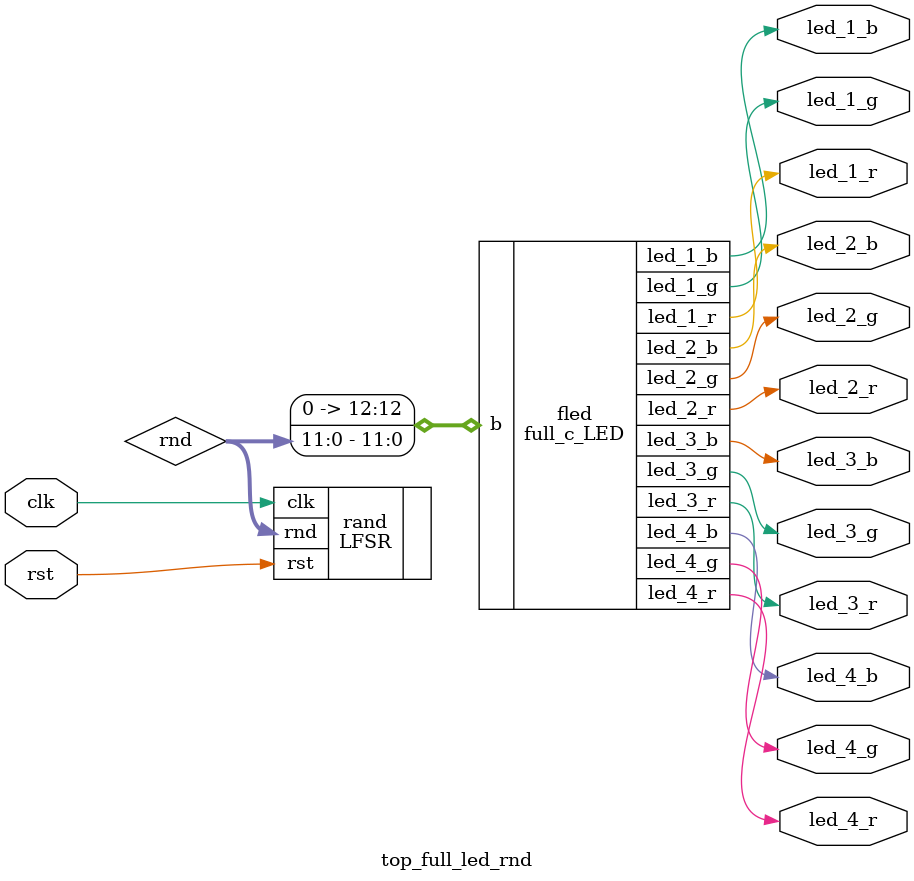
<source format=v>
module full_c_LED (
input [12:0] b,
output  led_1_r, led_1_g, led_1_b,
        led_2_r, led_2_g, led_2_b,
        led_3_r, led_3_g, led_3_b,
        led_4_r, led_4_g, led_4_b
);

reg [11:0] out;

always @(*) begin
    out <= b;
end

assign {led_1_r, led_1_g, led_1_b,
        led_2_r, led_2_g, led_2_b,
        led_3_r, led_3_g, led_3_b,
        led_4_r, led_4_g, led_4_b} = out;

endmodule

module top_full_led_rnd(
    input clk, rst,
    output led_1_r, led_1_g, led_1_b,
        led_2_r, led_2_g, led_2_b,
        led_3_r, led_3_g, led_3_b,
        led_4_r, led_4_g, led_4_b);

    wire [12:0] rnd;

    LFSR rand(.clk(clk), .rst(rst), .rnd(rnd));
    full_c_LED fled(rnd[11:0],
        led_1_r, led_1_g, led_1_b,
        led_2_r, led_2_g, led_2_b,
        led_3_r, led_3_g, led_3_b,
        led_4_r, led_4_g, led_4_b);

endmodule
</source>
